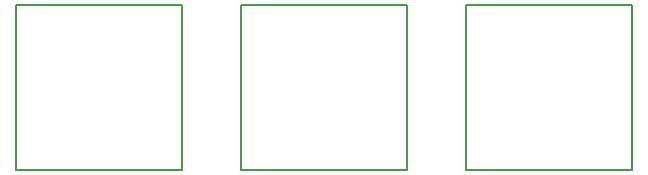
<source format=gto>
G04 #@! TF.GenerationSoftware,KiCad,Pcbnew,7.0.9*
G04 #@! TF.CreationDate,2023-11-15T15:13:25+00:00*
G04 #@! TF.ProjectId,analog,616e616c-6f67-42e6-9b69-6361645f7063,1*
G04 #@! TF.SameCoordinates,Original*
G04 #@! TF.FileFunction,Legend,Top*
G04 #@! TF.FilePolarity,Positive*
%FSLAX46Y46*%
G04 Gerber Fmt 4.6, Leading zero omitted, Abs format (unit mm)*
G04 Created by KiCad (PCBNEW 7.0.9) date 2023-11-15 15:13:25*
%MOMM*%
%LPD*%
G01*
G04 APERTURE LIST*
%ADD10C,0.150000*%
%ADD11C,1.750000*%
%ADD12C,4.000000*%
%ADD13C,0.650000*%
%ADD14O,1.000000X1.600000*%
%ADD15O,1.000000X2.100000*%
G04 APERTURE END LIST*
D10*
X62850000Y-61262500D02*
X62850000Y-75262500D01*
X62850000Y-75262500D02*
X76850000Y-75262500D01*
X76850000Y-61262500D02*
X62850000Y-61262500D01*
X76850000Y-61262500D02*
X76850000Y-75262500D01*
X43800000Y-61262500D02*
X43800000Y-75262500D01*
X43800000Y-75262500D02*
X57800000Y-75262500D01*
X57800000Y-61262500D02*
X43800000Y-61262500D01*
X57800000Y-61262500D02*
X57800000Y-75262500D01*
X24749984Y-61262500D02*
X24749984Y-75262500D01*
X24749984Y-75262500D02*
X38749984Y-75262500D01*
X38749984Y-61262500D02*
X24749984Y-61262500D01*
X38749984Y-61262500D02*
X38749984Y-75262500D01*
%LPC*%
D11*
X64770000Y-68262500D03*
X74930000Y-68262500D03*
D12*
X19800000Y-19800000D03*
X81800000Y-19800000D03*
D11*
X45720000Y-68262500D03*
X55880000Y-68262500D03*
D12*
X19800000Y-81800000D03*
X81800000Y-81800000D03*
D11*
X26669984Y-68262500D03*
X36829984Y-68262500D03*
D13*
X47910000Y-21575000D03*
X53690000Y-21575000D03*
D14*
X46480000Y-17925000D03*
D15*
X46480000Y-22105000D03*
D14*
X55120000Y-17925000D03*
D15*
X55120000Y-22105000D03*
%LPD*%
M02*

</source>
